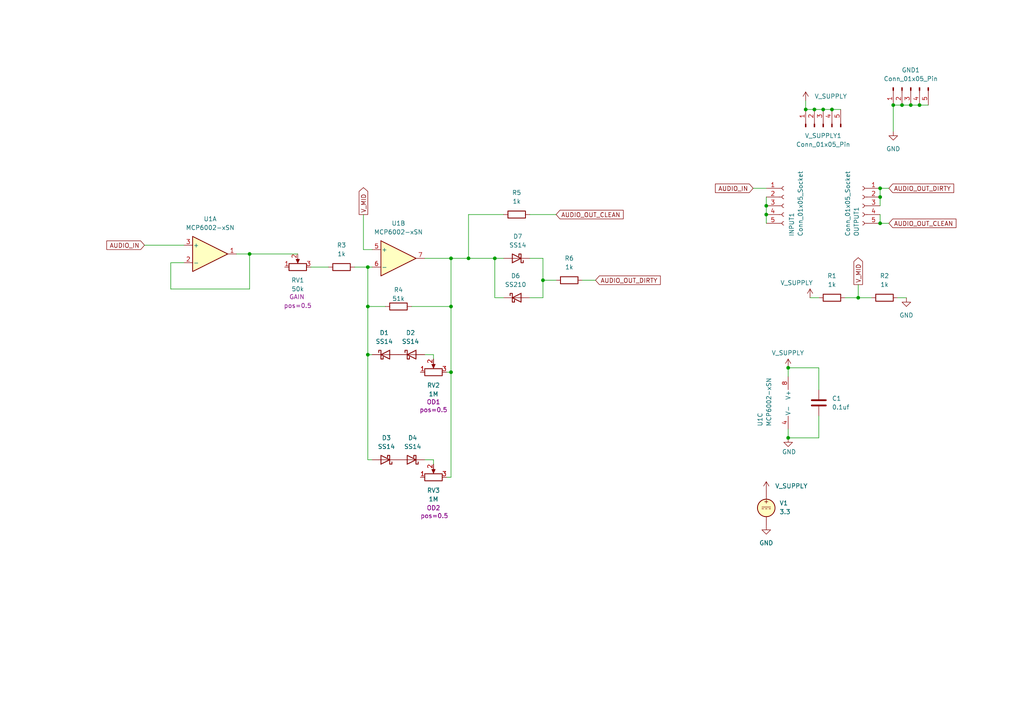
<source format=kicad_sch>
(kicad_sch (version 20231120) (generator "eeschema") (generator_version "8.0")
  (paper "A4")
  (lib_symbols
    (symbol "Amplifier_Operational:MCP6002-xSN" (pin_names (offset 0.127))
      (property "Reference" "U" (at 0 5.08 0))
      (property "Value" "MCP6002-xSN" (at 0 -5.08 0))
      (symbol "MCP6002-xSN_1_1"
        (polyline (pts (xy -5.08 5.08) (xy 5.08 0) (xy -5.08 -5.08) (xy -5.08 5.08)) (stroke (width 0.254)) (fill (type background)))
        (pin output line (at 7.62 0 180) (length 2.54) (name "~") (number "1"))
        (pin input line (at -7.62 -2.54 0) (length 2.54) (name "-") (number "2"))
        (pin input line (at -7.62 2.54 0) (length 2.54) (name "+") (number "3"))
      )
      (symbol "MCP6002-xSN_2_1"
        (polyline (pts (xy -5.08 5.08) (xy 5.08 0) (xy -5.08 -5.08) (xy -5.08 5.08)) (stroke (width 0.254)) (fill (type background)))
        (pin input line (at -7.62 2.54 0) (length 2.54) (name "+") (number "5"))
        (pin input line (at -7.62 -2.54 0) (length 2.54) (name "-") (number "6"))
        (pin output line (at 7.62 0 180) (length 2.54) (name "~") (number "7"))
      )
      (symbol "MCP6002-xSN_3_1"
        (pin power_in line (at -2.54 -7.62 90) (length 3.81) (name "V-") (number "4"))
        (pin power_in line (at -2.54 7.62 270) (length 3.81) (name "V+") (number "8"))
      )
    )
    (symbol "Connector:Conn_01x05_Pin" (pin_names (offset 1.016) hide)
      (property "Reference" "J" (at 0 7.62 0))
      (property "Value" "Conn_01x05_Pin" (at 0 -7.62 0))
      (symbol "Conn_01x05_Pin_1_1"
        (polyline (pts (xy 1.27 -5.08) (xy 0.8636 -5.08)) (stroke (width 0.1524)))
        (polyline (pts (xy 1.27 -2.54) (xy 0.8636 -2.54)) (stroke (width 0.1524)))
        (polyline (pts (xy 1.27 0) (xy 0.8636 0)) (stroke (width 0.1524)))
        (polyline (pts (xy 1.27 2.54) (xy 0.8636 2.54)) (stroke (width 0.1524)))
        (polyline (pts (xy 1.27 5.08) (xy 0.8636 5.08)) (stroke (width 0.1524)))
        (rectangle (start 0.8636 -4.953) (end 0 -5.207) (stroke (width 0.1524)) (fill (type outline)))
        (rectangle (start 0.8636 -2.413) (end 0 -2.667) (stroke (width 0.1524)) (fill (type outline)))
        (rectangle (start 0.8636 0.127) (end 0 -0.127) (stroke (width 0.1524)) (fill (type outline)))
        (rectangle (start 0.8636 2.667) (end 0 2.413) (stroke (width 0.1524)) (fill (type outline)))
        (rectangle (start 0.8636 5.207) (end 0 4.953) (stroke (width 0.1524)) (fill (type outline)))
        (pin passive line (at 5.08 5.08 180) (length 3.81) (name "Pin_1") (number "1"))
        (pin passive line (at 5.08 2.54 180) (length 3.81) (name "Pin_2") (number "2"))
        (pin passive line (at 5.08 0 180) (length 3.81) (name "Pin_3") (number "3"))
        (pin passive line (at 5.08 -2.54 180) (length 3.81) (name "Pin_4") (number "4"))
        (pin passive line (at 5.08 -5.08 180) (length 3.81) (name "Pin_5") (number "5"))
      )
    )
    (symbol "Connector:Conn_01x05_Socket" (pin_names (offset 1.016) hide)
      (property "Reference" "J" (at 0 7.62 0))
      (property "Value" "Conn_01x05_Socket" (at 0 -7.62 0))
      (symbol "Conn_01x05_Socket_1_1"
        (arc (start 0 -4.572) (mid -0.5058 -5.08) (end 0 -5.588) (stroke (width 0.1524)))
        (arc (start 0 -2.032) (mid -0.5058 -2.54) (end 0 -3.048) (stroke (width 0.1524)))
        (polyline (pts (xy -1.27 -5.08) (xy -0.508 -5.08)) (stroke (width 0.1524)))
        (polyline (pts (xy -1.27 -2.54) (xy -0.508 -2.54)) (stroke (width 0.1524)))
        (polyline (pts (xy -1.27 0) (xy -0.508 0)) (stroke (width 0.1524)))
        (polyline (pts (xy -1.27 2.54) (xy -0.508 2.54)) (stroke (width 0.1524)))
        (polyline (pts (xy -1.27 5.08) (xy -0.508 5.08)) (stroke (width 0.1524)))
        (arc (start 0 0.508) (mid -0.5058 0) (end 0 -0.508) (stroke (width 0.1524)))
        (arc (start 0 3.048) (mid -0.5058 2.54) (end 0 2.032) (stroke (width 0.1524)))
        (arc (start 0 5.588) (mid -0.5058 5.08) (end 0 4.572) (stroke (width 0.1524)))
        (pin passive line (at -5.08 5.08 0) (length 3.81) (name "Pin_1") (number "1"))
        (pin passive line (at -5.08 2.54 0) (length 3.81) (name "Pin_2") (number "2"))
        (pin passive line (at -5.08 0 0) (length 3.81) (name "Pin_3") (number "3"))
        (pin passive line (at -5.08 -2.54 0) (length 3.81) (name "Pin_4") (number "4"))
        (pin passive line (at -5.08 -5.08 0) (length 3.81) (name "Pin_5") (number "5"))
      )
    )
    (symbol "Device:C" (pin_numbers hide) (pin_names (offset 0.254))
      (property "Reference" "C" (at 0.635 2.54 0))
      (property "Value" "C" (at 0.635 -2.54 0))
      (symbol "C_0_1"
        (polyline (pts (xy -2.032 -0.762) (xy 2.032 -0.762)) (stroke (width 0.508)))
        (polyline (pts (xy -2.032 0.762) (xy 2.032 0.762)) (stroke (width 0.508)))
      )
      (symbol "C_1_1"
        (pin passive line (at 0 3.81 270) (length 2.794) (name "~") (number "1"))
        (pin passive line (at 0 -3.81 90) (length 2.794) (name "~") (number "2"))
      )
    )
    (symbol "Device:R" (pin_numbers hide) (pin_names (offset 0))
      (property "Reference" "R" (at 2.032 0 90))
      (property "Value" "R" (at 0 0 90))
      (symbol "R_0_1"
        (rectangle (start -1.016 -2.54) (end 1.016 2.54) (stroke (width 0.254)))
      )
      (symbol "R_1_1"
        (pin passive line (at 0 3.81 270) (length 1.27) (name "~") (number "1"))
        (pin passive line (at 0 -3.81 90) (length 1.27) (name "~") (number "2"))
      )
    )
    (symbol "Device:R_Potentiometer" (pin_names (offset 1.016) hide)
      (property "Reference" "RV" (at -4.445 0 90))
      (property "Value" "R_Potentiometer" (at -2.54 0 90))
      (symbol "R_Potentiometer_0_1"
        (polyline (pts (xy 2.54 0) (xy 1.524 0)))
        (polyline (pts (xy 1.143 0) (xy 2.286 0.508) (xy 2.286 -0.508) (xy 1.143 0)) (fill (type outline)))
        (rectangle (start 1.016 2.54) (end -1.016 -2.54) (stroke (width 0.254)))
      )
      (symbol "R_Potentiometer_1_1"
        (pin passive line (at 0 3.81 270) (length 1.27) (name "1") (number "1"))
        (pin passive line (at 3.81 0 180) (length 1.27) (name "2") (number "2"))
        (pin passive line (at 0 -3.81 90) (length 1.27) (name "3") (number "3"))
      )
    )
    (symbol "Diode:SS14" (pin_numbers hide) (pin_names (offset 1.016) hide)
      (property "Reference" "D" (at 0 2.54 0))
      (property "Value" "SS14" (at 0 -2.54 0))
      (symbol "SS14_0_1"
        (polyline (pts (xy 1.27 0) (xy -1.27 0)))
        (polyline (pts (xy 1.27 1.27) (xy 1.27 -1.27) (xy -1.27 0) (xy 1.27 1.27)) (stroke (width 0.254)))
        (polyline (pts (xy -1.905 0.635) (xy -1.905 1.27) (xy -1.27 1.27) (xy -1.27 -1.27) (xy -0.635 -1.27) (xy -0.635 -0.635)) (stroke (width 0.254)))
      )
      (symbol "SS14_1_1"
        (pin passive line (at -3.81 0 0) (length 2.54) (name "K") (number "1"))
        (pin passive line (at 3.81 0 180) (length 2.54) (name "A") (number "2"))
      )
    )
    (symbol "Diode:SS210" (pin_numbers hide) (pin_names (offset 1.016) hide)
      (property "Reference" "D" (at 0 2.54 0))
      (property "Value" "SS210" (at 0 -2.54 0))
      (symbol "SS210_0_1"
        (polyline (pts (xy 1.27 0) (xy -1.27 0)))
        (polyline (pts (xy 1.27 1.27) (xy 1.27 -1.27) (xy -1.27 0) (xy 1.27 1.27)) (stroke (width 0.254)))
        (polyline (pts (xy -1.905 0.635) (xy -1.905 1.27) (xy -1.27 1.27) (xy -1.27 -1.27) (xy -0.635 -1.27) (xy -0.635 -0.635)) (stroke (width 0.254)))
      )
      (symbol "SS210_1_1"
        (pin passive line (at -3.81 0 0) (length 2.54) (name "K") (number "1"))
        (pin passive line (at 3.81 0 180) (length 2.54) (name "A") (number "2"))
      )
    )
    (symbol "Simulation_SPICE:VDC" (pin_numbers hide) (pin_names (offset 0.0254))
      (property "Reference" "V" (at 2.54 2.54 0))
      (property "Value" "1" (at 2.54 0 0))
      (symbol "VDC_0_0"
        (polyline (pts (xy -1.27 0.254) (xy 1.27 0.254)))
        (polyline (pts (xy -0.762 -0.254) (xy -1.27 -0.254)))
        (polyline (pts (xy 0.254 -0.254) (xy -0.254 -0.254)))
        (polyline (pts (xy 1.27 -0.254) (xy 0.762 -0.254)))
        (text "+" (at 0 1.905 0) (effects (font (size 1.27 1.27))))
      )
      (symbol "VDC_0_1"
        (circle (center 0 0) (radius 2.54) (stroke (width 0.254)) (fill (type background)))
      )
      (symbol "VDC_1_1"
        (pin passive line (at 0 5.08 270) (length 2.54) (name "~") (number "1"))
        (pin passive line (at 0 -5.08 90) (length 2.54) (name "~") (number "2"))
      )
    )
    (symbol "power:+5V" (power) (pin_numbers hide) (pin_names (offset 0) hide)
      (property "Value" "+5V" (at 0 3.556 0))
      (symbol "+5V_0_1"
        (polyline (pts (xy -0.762 1.27) (xy 0 2.54)))
        (polyline (pts (xy 0 0) (xy 0 2.54)))
        (polyline (pts (xy 0 2.54) (xy 0.762 1.27)))
      )
      (symbol "+5V_1_1"
        (pin power_in line (at 0 0 90) (length 0) (name "~") (number "1"))
      )
    )
    (symbol "power:GND" (power) (pin_numbers hide) (pin_names (offset 0) hide)
      (property "Value" "GND" (at 0 -3.81 0))
      (symbol "GND_0_1"
        (polyline (pts (xy 0 0) (xy 0 -1.27) (xy 1.27 -1.27) (xy 0 -2.54) (xy -1.27 -1.27) (xy 0 -1.27)))
      )
      (symbol "GND_1_1"
        (pin power_in line (at 0 0 270) (length 0) (name "~") (number "1"))
      )
    )
  )
  (junction (at 255.27 54.61))
  (junction (at 236.22 31.75))
  (junction (at 135.89 74.93))
  (junction (at 255.27 64.77))
  (junction (at 228.6 106.68))
  (junction (at 106.68 102.87))
  (junction (at 261.62 30.48))
  (junction (at 130.81 88.9))
  (junction (at 233.68 31.75))
  (junction (at 241.3 31.75))
  (junction (at 266.7 30.48))
  (junction (at 248.92 86.36))
  (junction (at 255.27 57.15))
  (junction (at 106.68 88.9))
  (junction (at 130.81 107.95))
  (junction (at 264.16 30.48))
  (junction (at 143.51 74.93))
  (junction (at 222.25 59.69))
  (junction (at 228.6 127))
  (junction (at 238.76 31.75))
  (junction (at 222.25 62.23))
  (junction (at 106.68 77.47))
  (junction (at 72.39 73.66))
  (junction (at 157.48 81.28))
  (junction (at 130.81 74.93))
  (junction (at 259.08 30.48))
  (wire (pts (xy 143.51 86.36) (xy 143.51 74.93)))
  (wire (pts (xy 90.17 77.47) (xy 95.25 77.47)))
  (wire (pts (xy 228.6 106.68) (xy 228.6 109.22)))
  (wire (pts (xy 107.95 133.35) (xy 106.68 133.35)))
  (wire (pts (xy 157.48 86.36) (xy 153.67 86.36)))
  (wire (pts (xy 222.25 57.15) (xy 222.25 59.69)))
  (wire (pts (xy 241.3 31.75) (xy 243.84 31.75)))
  (wire (pts (xy 106.68 102.87) (xy 106.68 88.9)))
  (wire (pts (xy 233.68 31.75) (xy 236.22 31.75)))
  (wire (pts (xy 135.89 62.23) (xy 146.05 62.23)))
  (wire (pts (xy 130.81 88.9) (xy 119.38 88.9)))
  (wire (pts (xy 222.25 59.69) (xy 222.25 62.23)))
  (wire (pts (xy 129.54 107.95) (xy 130.81 107.95)))
  (wire (pts (xy 125.73 133.35) (xy 125.73 134.62)))
  (wire (pts (xy 111.76 88.9) (xy 106.68 88.9)))
  (wire (pts (xy 123.19 133.35) (xy 125.73 133.35)))
  (wire (pts (xy 153.67 62.23) (xy 161.29 62.23)))
  (wire (pts (xy 266.7 30.48) (xy 269.24 30.48)))
  (wire (pts (xy 157.48 74.93) (xy 157.48 81.28)))
  (wire (pts (xy 248.92 82.55) (xy 248.92 86.36)))
  (wire (pts (xy 248.92 86.36) (xy 252.73 86.36)))
  (wire (pts (xy 130.81 107.95) (xy 130.81 138.43)))
  (wire (pts (xy 237.49 106.68) (xy 228.6 106.68)))
  (wire (pts (xy 255.27 62.23) (xy 255.27 64.77)))
  (wire (pts (xy 105.41 62.23) (xy 105.41 72.39)))
  (wire (pts (xy 135.89 74.93) (xy 143.51 74.93)))
  (wire (pts (xy 106.68 102.87) (xy 106.68 133.35)))
  (wire (pts (xy 238.76 31.75) (xy 241.3 31.75)))
  (wire (pts (xy 102.87 77.47) (xy 106.68 77.47)))
  (wire (pts (xy 72.39 73.66) (xy 86.36 73.66)))
  (wire (pts (xy 259.08 30.48) (xy 261.62 30.48)))
  (wire (pts (xy 129.54 138.43) (xy 130.81 138.43)))
  (wire (pts (xy 123.19 74.93) (xy 130.81 74.93)))
  (wire (pts (xy 262.89 86.36) (xy 260.35 86.36)))
  (wire (pts (xy 143.51 74.93) (xy 146.05 74.93)))
  (wire (pts (xy 157.48 81.28) (xy 161.29 81.28)))
  (wire (pts (xy 259.08 30.48) (xy 259.08 38.1)))
  (wire (pts (xy 234.95 86.36) (xy 237.49 86.36)))
  (wire (pts (xy 41.91 71.12) (xy 53.34 71.12)))
  (wire (pts (xy 233.68 31.75) (xy 233.68 29.21)))
  (wire (pts (xy 135.89 62.23) (xy 135.89 74.93)))
  (wire (pts (xy 107.95 102.87) (xy 106.68 102.87)))
  (wire (pts (xy 105.41 72.39) (xy 107.95 72.39)))
  (wire (pts (xy 72.39 83.82) (xy 49.53 83.82)))
  (wire (pts (xy 264.16 30.48) (xy 266.7 30.48)))
  (wire (pts (xy 130.81 74.93) (xy 130.81 88.9)))
  (wire (pts (xy 125.73 102.87) (xy 125.73 104.14)))
  (wire (pts (xy 106.68 88.9) (xy 106.68 77.47)))
  (wire (pts (xy 123.19 102.87) (xy 125.73 102.87)))
  (wire (pts (xy 255.27 54.61) (xy 257.81 54.61)))
  (wire (pts (xy 237.49 120.65) (xy 237.49 127)))
  (wire (pts (xy 237.49 127) (xy 228.6 127)))
  (wire (pts (xy 255.27 54.61) (xy 255.27 57.15)))
  (wire (pts (xy 172.72 81.28) (xy 168.91 81.28)))
  (wire (pts (xy 236.22 31.75) (xy 238.76 31.75)))
  (wire (pts (xy 49.53 76.2) (xy 53.34 76.2)))
  (wire (pts (xy 72.39 73.66) (xy 72.39 83.82)))
  (wire (pts (xy 245.11 86.36) (xy 248.92 86.36)))
  (wire (pts (xy 255.27 57.15) (xy 255.27 59.69)))
  (wire (pts (xy 255.27 64.77) (xy 257.81 64.77)))
  (wire (pts (xy 135.89 74.93) (xy 130.81 74.93)))
  (wire (pts (xy 106.68 77.47) (xy 107.95 77.47)))
  (wire (pts (xy 146.05 86.36) (xy 143.51 86.36)))
  (wire (pts (xy 237.49 113.03) (xy 237.49 106.68)))
  (wire (pts (xy 49.53 83.82) (xy 49.53 76.2)))
  (wire (pts (xy 157.48 81.28) (xy 157.48 86.36)))
  (wire (pts (xy 228.6 127) (xy 228.6 124.46)))
  (wire (pts (xy 68.58 73.66) (xy 72.39 73.66)))
  (wire (pts (xy 222.25 62.23) (xy 222.25 64.77)))
  (wire (pts (xy 218.44 54.61) (xy 222.25 54.61)))
  (wire (pts (xy 130.81 88.9) (xy 130.81 107.95)))
  (wire (pts (xy 261.62 30.48) (xy 264.16 30.48)))
  (wire (pts (xy 153.67 74.93) (xy 157.48 74.93)))
  (global_label "V_MID" (shape output) (at 105.41 62.23 90) (property "Intersheetrefs" "${INTERSHEET_REFS}" (effects (hide yes))))
  (global_label "AUDIO_IN" (shape input) (at 41.91 71.12 180) (property "Intersheetrefs" "${INTERSHEET_REFS}" (effects (hide yes))))
  (global_label "AUDIO_OUT_DIRTY" (shape input) (at 172.72 81.28 0) (property "Intersheetrefs" "${INTERSHEET_REFS}" (effects (hide yes))))
  (global_label "AUDIO_OUT_DIRTY" (shape input) (at 257.81 54.61 0) (property "Intersheetrefs" "${INTERSHEET_REFS}" (effects (hide yes))))
  (global_label "AUDIO_IN" (shape input) (at 218.44 54.61 180) (property "Intersheetrefs" "${INTERSHEET_REFS}" (effects (hide yes))))
  (global_label "V_MID" (shape output) (at 248.92 82.55 90) (property "Intersheetrefs" "${INTERSHEET_REFS}" (effects (hide yes))))
  (global_label "AUDIO_OUT_CLEAN" (shape input) (at 161.29 62.23 0) (property "Intersheetrefs" "${INTERSHEET_REFS}" (effects (hide yes))))
  (global_label "AUDIO_OUT_CLEAN" (shape input) (at 257.81 64.77 0) (property "Intersheetrefs" "${INTERSHEET_REFS}" (effects (hide yes))))
  (symbol (lib_id "Amplifier_Operational:MCP6002-xSN") (at 60.96 73.66 0) (unit 1)
    (property "Reference" "U1" (at 60.96 63.5 0))
    (property "Value" "MCP6002-xSN" (at 60.96 66.04 0))
    (property "Footprint" "Package_SO:SOIC-8-1EP_3.9x4.9mm_P1.27mm_EP2.29x3mm" (effects (hide yes)))
    (property "Datasheet" "http://ww1.microchip.com/downloads/en/DeviceDoc/21733j.pdf" (effects (hide yes)))
    (property "Description" "1MHz, Low-Power Op Amp, SOIC-8" (effects (hide yes)))
    (property "Sim.Library" "${KICAD8_SYMBOL_DIR}/Simulation_SPICE.sp" (effects (hide yes)))
    (property "Sim.Name" "kicad_builtin_opamp_dual" (effects (hide yes)))
    (property "Sim.Device" "SUBCKT" (effects (hide yes)))
    (property "Sim.Pins" "1=out1 2=in1- 3=in1+ 4=vee 5=in2+ 6=in2- 7=out2 8=vcc" (effects (hide yes)))
  )
  (symbol (lib_id "power:GND") (at 228.6 127 0) (unit 1)
    (property "Reference" "#PWR09" (effects (hide yes)))
    (property "Value" "GND" (at 228.854 131.064 0))
    (property "Description" "Power symbol creates a global label with name \"GND\" , ground" (effects (hide yes)))
  )
  (symbol (lib_id "Device:R") (at 99.06 77.47 90) (unit 1)
    (property "Reference" "R3" (at 99.06 71.12 90))
    (property "Value" "1k" (at 99.06 73.66 90))
    (property "Footprint" "Resistor_SMD:R_0402_1005Metric" (effects (hide yes)))
    (property "Description" "Resistor" (effects (hide yes)))
  )
  (symbol (lib_id "Device:R") (at 241.3 86.36 90) (unit 1)
    (property "Reference" "R1" (at 241.3 80.01 90))
    (property "Value" "1k" (at 241.3 82.55 90))
    (property "Footprint" "Resistor_SMD:R_0402_1005Metric" (effects (hide yes)))
    (property "Description" "Resistor" (effects (hide yes)))
  )
  (symbol (lib_id "Device:C") (at 237.49 116.84 0) (unit 1)
    (property "Reference" "C1" (at 241.3 115.5699 0) (effects (justify left)))
    (property "Value" "0.1uf" (at 241.3 118.1099 0) (effects (justify left)))
    (property "Footprint" "Capacitor_SMD:C_0402_1005Metric" (effects (hide yes)))
    (property "Description" "Unpolarized capacitor" (effects (hide yes)))
  )
  (symbol (lib_id "Simulation_SPICE:VDC") (at 222.25 147.32 0) (unit 1) (on_board no)
    (property "Reference" "V1" (at 226.06 145.9201 0) (effects (justify left)))
    (property "Value" "3.3" (at 226.06 148.4601 0) (effects (justify left)))
    (property "Datasheet" "https://ngspice.sourceforge.io/docs/ngspice-html-manual/manual.xhtml#sec_Independent_Sources_for" (effects (hide yes)))
    (property "Description" "Voltage source, DC" (effects (hide yes)))
    (property "Sim.Pins" "1=+ 2=-" (effects (hide yes)))
    (property "Sim.Type" "DC" (effects (hide yes)))
    (property "Sim.Device" "V" (effects (hide yes)))
  )
  (symbol (lib_id "Device:R") (at 149.86 62.23 90) (unit 1)
    (property "Reference" "R5" (at 149.86 55.88 90))
    (property "Value" "1k" (at 149.86 58.42 90))
    (property "Footprint" "Resistor_SMD:R_0402_1005Metric" (effects (hide yes)))
    (property "Description" "Resistor" (effects (hide yes)))
  )
  (symbol (lib_id "Connector:Conn_01x05_Pin") (at 238.76 36.83 90) (unit 1) (exclude_from_sim yes)
    (property "Reference" "V_SUPPLY1" (at 238.76 39.37 90))
    (property "Value" "Conn_01x05_Pin" (at 238.76 41.91 90))
    (property "Footprint" "BreadModular_MISC:Power_Connector" (effects (hide yes)))
    (property "Description" "Generic connector, single row, 01x05, script generated" (effects (hide yes)))
  )
  (symbol (lib_id "Device:R_Potentiometer") (at 125.73 107.95 90) (unit 1)
    (property "Reference" "RV2" (at 125.73 111.76 90))
    (property "Value" "1M" (at 125.73 114.3 90))
    (property "Footprint" "BreadModular_Pots:Potentiometer_RV09" (effects (hide yes)))
    (property "Description" "Potentiometer" (effects (hide yes)))
    (property "Comment" "OD1" (at 125.73 116.586 90))
    (property "Sim.Device" "R" (effects (hide yes)))
    (property "Sim.Type" "POT" (effects (hide yes)))
    (property "Sim.Pins" "1=r0 2=wiper 3=r1" (effects (hide yes)))
    (property "Sim.Params" "pos=0.5" (at 125.73 118.872 90))
  )
  (symbol (lib_id "power:+5V") (at 222.25 142.24 0) (unit 1)
    (property "Reference" "#PWR05" (effects (hide yes)))
    (property "Value" "V_SUPPLY" (at 224.79 140.9699 0) (effects (justify left)))
    (property "Description" "Power symbol creates a global label with name \"+5V\"" (effects (hide yes)))
  )
  (symbol (lib_id "power:+5V") (at 233.68 29.21 0) (unit 1)
    (property "Reference" "#PWR01" (effects (hide yes)))
    (property "Value" "V_SUPPLY" (at 236.22 27.9399 0) (effects (justify left)))
    (property "Description" "Power symbol creates a global label with name \"+5V\"" (effects (hide yes)))
  )
  (symbol (lib_id "power:GND") (at 259.08 38.1 0) (unit 1)
    (property "Reference" "#PWR02" (effects (hide yes)))
    (property "Value" "GND" (at 259.08 43.18 0))
    (property "Description" "Power symbol creates a global label with name \"GND\" , ground" (effects (hide yes)))
  )
  (symbol (lib_id "Device:R") (at 165.1 81.28 90) (unit 1)
    (property "Reference" "R6" (at 165.1 74.93 90))
    (property "Value" "1k" (at 165.1 77.47 90))
    (property "Footprint" "Resistor_SMD:R_0402_1005Metric" (effects (hide yes)))
    (property "Description" "Resistor" (effects (hide yes)))
  )
  (symbol (lib_id "power:GND") (at 222.25 152.4 0) (unit 1)
    (property "Reference" "#PWR06" (effects (hide yes)))
    (property "Value" "GND" (at 222.25 157.48 0))
    (property "Description" "Power symbol creates a global label with name \"GND\" , ground" (effects (hide yes)))
  )
  (symbol (lib_id "Diode:SS14") (at 119.38 133.35 180) (unit 1)
    (property "Reference" "D4" (at 119.6975 127 0))
    (property "Value" "SS14" (at 119.6975 129.54 0))
    (property "Footprint" "Diode_SMD:D_SMA" (effects (hide yes)))
    (property "Datasheet" "https://www.vishay.com/docs/88746/ss12.pdf" (effects (hide yes)))
    (property "Description" "40V 1A Schottky Diode, SMA" (effects (hide yes)))
    (property "Sim.Device" "D" (effects (hide yes)))
    (property "Sim.Pins" "1=K 2=A" (effects (hide yes)))
  )
  (symbol (lib_id "Diode:SS14") (at 149.86 74.93 180) (unit 1)
    (property "Reference" "D7" (at 150.1775 68.58 0))
    (property "Value" "SS14" (at 150.1775 71.12 0))
    (property "Footprint" "Diode_SMD:D_SMA" (effects (hide yes)))
    (property "Datasheet" "https://www.vishay.com/docs/88746/ss12.pdf" (effects (hide yes)))
    (property "Description" "40V 1A Schottky Diode, SMA" (effects (hide yes)))
    (property "Sim.Device" "D" (effects (hide yes)))
    (property "Sim.Pins" "1=K 2=A" (effects (hide yes)))
  )
  (symbol (lib_id "Connector:Conn_01x05_Socket") (at 250.19 59.69 0) (mirror y) (unit 1) (exclude_from_sim yes)
    (property "Reference" "OUTPUT1" (at 248.412 68.58 90) (effects (justify left)))
    (property "Value" "Conn_01x05_Socket" (at 245.872 68.58 90) (effects (justify left)))
    (property "Footprint" "Connector_PinSocket_2.54mm:PinSocket_1x05_P2.54mm_Vertical" (effects (hide yes)))
    (property "Description" "Generic connector, single row, 01x05, script generated" (effects (hide yes)))
  )
  (symbol (lib_id "Device:R_Potentiometer") (at 86.36 77.47 90) (unit 1)
    (property "Reference" "RV1" (at 86.36 81.28 90))
    (property "Value" "50k" (at 86.36 83.82 90))
    (property "Footprint" "BreadModular_Pots:Potentiometer_RV09" (effects (hide yes)))
    (property "Description" "Potentiometer" (effects (hide yes)))
    (property "Comment" "GAIN" (at 86.106 86.106 90))
    (property "Sim.Device" "R" (effects (hide yes)))
    (property "Sim.Type" "POT" (effects (hide yes)))
    (property "Sim.Pins" "1=r0 2=wiper 3=r1" (effects (hide yes)))
    (property "Sim.Params" "pos=0.5" (at 86.36 88.646 90))
  )
  (symbol (lib_id "Amplifier_Operational:MCP6002-xSN") (at 115.57 74.93 0) (unit 2)
    (property "Reference" "U1" (at 115.57 64.77 0))
    (property "Value" "MCP6002-xSN" (at 115.57 67.31 0))
    (property "Footprint" "Package_SO:SOIC-8-1EP_3.9x4.9mm_P1.27mm_EP2.29x3mm" (effects (hide yes)))
    (property "Datasheet" "http://ww1.microchip.com/downloads/en/DeviceDoc/21733j.pdf" (effects (hide yes)))
    (property "Description" "1MHz, Low-Power Op Amp, SOIC-8" (effects (hide yes)))
    (property "Sim.Library" "${KICAD8_SYMBOL_DIR}/Simulation_SPICE.sp" (effects (hide yes)))
    (property "Sim.Name" "kicad_builtin_opamp_dual" (effects (hide yes)))
    (property "Sim.Device" "SUBCKT" (effects (hide yes)))
    (property "Sim.Pins" "1=out1 2=in1- 3=in1+ 4=vee 5=in2+ 6=in2- 7=out2 8=vcc" (effects (hide yes)))
  )
  (symbol (lib_id "Device:R_Potentiometer") (at 125.73 138.43 90) (unit 1)
    (property "Reference" "RV3" (at 125.73 142.24 90))
    (property "Value" "1M" (at 125.73 144.78 90))
    (property "Footprint" "BreadModular_Pots:Potentiometer_RV09" (effects (hide yes)))
    (property "Description" "Potentiometer" (effects (hide yes)))
    (property "Comment" "OD2" (at 125.73 147.32 90))
    (property "Sim.Device" "R" (effects (hide yes)))
    (property "Sim.Type" "POT" (effects (hide yes)))
    (property "Sim.Pins" "1=r0 2=wiper 3=r1" (effects (hide yes)))
    (property "Sim.Params" "pos=0.5" (at 125.984 149.606 90))
  )
  (symbol (lib_id "Diode:SS14") (at 119.38 102.87 0) (unit 1)
    (property "Reference" "D2" (at 119.0625 96.52 0))
    (property "Value" "SS14" (at 119.0625 99.06 0))
    (property "Footprint" "Diode_SMD:D_SMA" (effects (hide yes)))
    (property "Datasheet" "https://www.vishay.com/docs/88746/ss12.pdf" (effects (hide yes)))
    (property "Description" "40V 1A Schottky Diode, SMA" (effects (hide yes)))
    (property "Sim.Device" "D" (effects (hide yes)))
    (property "Sim.Pins" "1=K 2=A" (effects (hide yes)))
  )
  (symbol (lib_id "power:GND") (at 262.89 86.36 0) (unit 1)
    (property "Reference" "#PWR04" (effects (hide yes)))
    (property "Value" "GND" (at 262.89 91.44 0))
    (property "Description" "Power symbol creates a global label with name \"GND\" , ground" (effects (hide yes)))
  )
  (symbol (lib_id "Diode:SS14") (at 111.76 102.87 0) (unit 1)
    (property "Reference" "D1" (at 111.4425 96.52 0))
    (property "Value" "SS14" (at 111.4425 99.06 0))
    (property "Footprint" "Diode_SMD:D_SMA" (effects (hide yes)))
    (property "Datasheet" "https://www.vishay.com/docs/88746/ss12.pdf" (effects (hide yes)))
    (property "Description" "40V 1A Schottky Diode, SMA" (effects (hide yes)))
    (property "Sim.Device" "D" (effects (hide yes)))
    (property "Sim.Pins" "1=K 2=A" (effects (hide yes)))
  )
  (symbol (lib_id "Device:R") (at 256.54 86.36 90) (unit 1)
    (property "Reference" "R2" (at 256.54 80.01 90))
    (property "Value" "1k" (at 256.54 82.55 90))
    (property "Footprint" "Resistor_SMD:R_0402_1005Metric" (effects (hide yes)))
    (property "Description" "Resistor" (effects (hide yes)))
  )
  (symbol (lib_id "Amplifier_Operational:MCP6002-xSN") (at 231.14 116.84 0) (unit 3)
    (property "Reference" "U1" (at 220.472 123.698 90) (effects (justify left)))
    (property "Value" "MCP6002-xSN" (at 223.012 123.698 90) (effects (justify left)))
    (property "Footprint" "Package_SO:SOIC-8-1EP_3.9x4.9mm_P1.27mm_EP2.29x3mm" (effects (hide yes)))
    (property "Datasheet" "http://ww1.microchip.com/downloads/en/DeviceDoc/21733j.pdf" (effects (hide yes)))
    (property "Description" "1MHz, Low-Power Op Amp, SOIC-8" (effects (hide yes)))
    (property "Sim.Library" "${KICAD8_SYMBOL_DIR}/Simulation_SPICE.sp" (effects (hide yes)))
    (property "Sim.Name" "kicad_builtin_opamp_dual" (effects (hide yes)))
    (property "Sim.Device" "SUBCKT" (effects (hide yes)))
    (property "Sim.Pins" "1=out1 2=in1- 3=in1+ 4=vee 5=in2+ 6=in2- 7=out2 8=vcc" (effects (hide yes)))
  )
  (symbol (lib_id "Connector:Conn_01x05_Socket") (at 227.33 59.69 0) (unit 1) (exclude_from_sim yes)
    (property "Reference" "INPUT1" (at 229.616 68.58 90) (effects (justify left)))
    (property "Value" "Conn_01x05_Socket" (at 232.156 68.58 90) (effects (justify left)))
    (property "Footprint" "Connector_PinSocket_2.54mm:PinSocket_1x05_P2.54mm_Vertical" (effects (hide yes)))
    (property "Description" "Generic connector, single row, 01x05, script generated" (effects (hide yes)))
  )
  (symbol (lib_id "Device:R") (at 115.57 88.9 90) (unit 1)
    (property "Reference" "R4" (at 115.57 84.074 90))
    (property "Value" "51k" (at 115.57 86.614 90))
    (property "Footprint" "Resistor_SMD:R_0402_1005Metric" (effects (hide yes)))
    (property "Description" "Resistor" (effects (hide yes)))
  )
  (symbol (lib_id "Diode:SS14") (at 111.76 133.35 180) (unit 1)
    (property "Reference" "D3" (at 112.0775 127 0))
    (property "Value" "SS14" (at 112.0775 129.54 0))
    (property "Footprint" "Diode_SMD:D_SMA" (effects (hide yes)))
    (property "Datasheet" "https://www.vishay.com/docs/88746/ss12.pdf" (effects (hide yes)))
    (property "Description" "40V 1A Schottky Diode, SMA" (effects (hide yes)))
    (property "Sim.Device" "D" (effects (hide yes)))
    (property "Sim.Pins" "1=K 2=A" (effects (hide yes)))
  )
  (symbol (lib_id "power:+5V") (at 228.6 106.68 0) (unit 1)
    (property "Reference" "#PWR08" (effects (hide yes)))
    (property "Value" "V_SUPPLY" (at 223.774 102.362 0) (effects (justify left)))
    (property "Description" "Power symbol creates a global label with name \"+5V\"" (effects (hide yes)))
  )
  (symbol (lib_id "Diode:SS210") (at 149.86 86.36 0) (unit 1)
    (property "Reference" "D6" (at 149.5425 80.01 0))
    (property "Value" "SS210" (at 149.5425 82.55 0))
    (property "Footprint" "Diode_SMD:D_SMA" (effects (hide yes)))
    (property "Datasheet" "https://www.wontop.com/uploadfiles/56/sort_excel/pdf/ss22.pdf" (effects (hide yes)))
    (property "Description" "100V 2A Schottky Diode, SMA" (effects (hide yes)))
    (property "Sim.Device" "D" (effects (hide yes)))
    (property "Sim.Pins" "1=K 2=A" (effects (hide yes)))
  )
  (symbol (lib_id "Connector:Conn_01x05_Pin") (at 264.16 25.4 90) (mirror x) (unit 1) (exclude_from_sim yes)
    (property "Reference" "GND1" (at 264.16 20.32 90))
    (property "Value" "Conn_01x05_Pin" (at 264.16 22.86 90))
    (property "Footprint" "BreadModular_MISC:Power_Connector" (effects (hide yes)))
    (property "Description" "Generic connector, single row, 01x05, script generated" (effects (hide yes)))
  )
  (symbol (lib_id "power:+5V") (at 234.95 86.36 0) (unit 1)
    (property "Reference" "#PWR03" (effects (hide yes)))
    (property "Value" "V_SUPPLY" (at 226.314 82.042 0) (effects (justify left)))
    (property "Description" "Power symbol creates a global label with name \"+5V\"" (effects (hide yes)))
  )
)
</source>
